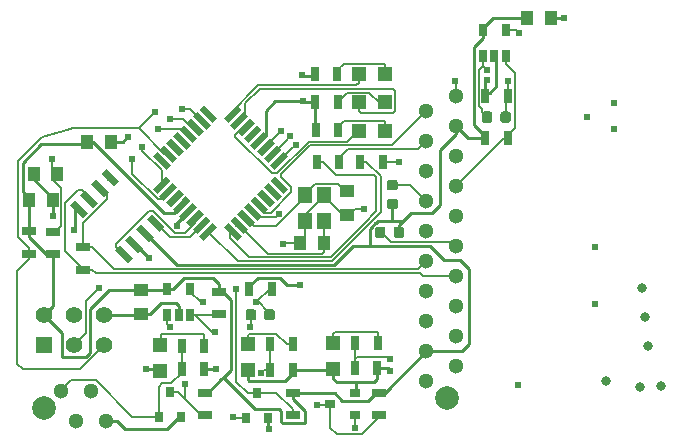
<source format=gtl>
G04 #@! TF.GenerationSoftware,KiCad,Pcbnew,(5.1.4-0-10_14)*
G04 #@! TF.CreationDate,2020-01-14T22:28:18-05:00*
G04 #@! TF.ProjectId,throttle,7468726f-7474-46c6-952e-6b696361645f,rev?*
G04 #@! TF.SameCoordinates,Original*
G04 #@! TF.FileFunction,Copper,L1,Top*
G04 #@! TF.FilePolarity,Positive*
%FSLAX46Y46*%
G04 Gerber Fmt 4.6, Leading zero omitted, Abs format (unit mm)*
G04 Created by KiCad (PCBNEW (5.1.4-0-10_14)) date 2020-01-14 22:28:18*
%MOMM*%
%LPD*%
G04 APERTURE LIST*
%ADD10R,0.700000X1.300000*%
%ADD11R,1.250000X1.000000*%
%ADD12R,1.000000X1.250000*%
%ADD13R,1.200000X1.200000*%
%ADD14C,0.550000*%
%ADD15C,0.100000*%
%ADD16C,1.300000*%
%ADD17C,2.000000*%
%ADD18C,1.400000*%
%ADD19R,1.400000X1.400000*%
%ADD20R,0.900000X0.800000*%
%ADD21R,0.800000X0.900000*%
%ADD22R,1.300000X0.700000*%
%ADD23C,0.875000*%
%ADD24R,0.650000X1.060000*%
%ADD25C,0.600000*%
%ADD26R,1.200000X1.400000*%
%ADD27C,0.800000*%
%ADD28C,0.609600*%
%ADD29C,0.254000*%
%ADD30C,0.152400*%
G04 APERTURE END LIST*
D10*
X115382000Y-70104000D03*
X117282000Y-70104000D03*
X99068000Y-89716000D03*
X97168000Y-89716000D03*
X106239000Y-89606000D03*
X104339000Y-89606000D03*
D11*
X86244800Y-82994800D03*
X86244800Y-84994800D03*
D12*
X118904000Y-59944000D03*
X120904000Y-59944000D03*
X76758800Y-75341800D03*
X78758800Y-75341800D03*
X77150000Y-73175000D03*
X79150000Y-73175000D03*
D11*
X103682800Y-74603100D03*
X103682800Y-76603100D03*
D12*
X101685600Y-78981300D03*
X99685600Y-78981300D03*
X83675000Y-70400000D03*
X81675000Y-70400000D03*
D13*
X104675000Y-69475000D03*
X106875000Y-69475000D03*
X104650000Y-67075000D03*
X106850000Y-67075000D03*
X106850000Y-64650000D03*
X104650000Y-64650000D03*
X102509000Y-87436000D03*
X102509000Y-89636000D03*
X95318000Y-87571000D03*
X95318000Y-89771000D03*
X87875000Y-89825000D03*
X87875000Y-87625000D03*
D14*
X87978897Y-74074629D03*
D15*
G36*
X87607666Y-74834769D02*
G01*
X87218757Y-74445860D01*
X88350128Y-73314489D01*
X88739037Y-73703398D01*
X87607666Y-74834769D01*
X87607666Y-74834769D01*
G37*
D14*
X88544583Y-74640314D03*
D15*
G36*
X88173352Y-75400454D02*
G01*
X87784443Y-75011545D01*
X88915814Y-73880174D01*
X89304723Y-74269083D01*
X88173352Y-75400454D01*
X88173352Y-75400454D01*
G37*
D14*
X89110268Y-75206000D03*
D15*
G36*
X88739037Y-75966140D02*
G01*
X88350128Y-75577231D01*
X89481499Y-74445860D01*
X89870408Y-74834769D01*
X88739037Y-75966140D01*
X88739037Y-75966140D01*
G37*
D14*
X89675953Y-75771685D03*
D15*
G36*
X89304722Y-76531825D02*
G01*
X88915813Y-76142916D01*
X90047184Y-75011545D01*
X90436093Y-75400454D01*
X89304722Y-76531825D01*
X89304722Y-76531825D01*
G37*
D14*
X90241639Y-76337371D03*
D15*
G36*
X89870408Y-77097511D02*
G01*
X89481499Y-76708602D01*
X90612870Y-75577231D01*
X91001779Y-75966140D01*
X89870408Y-77097511D01*
X89870408Y-77097511D01*
G37*
D14*
X90807324Y-76903056D03*
D15*
G36*
X90436093Y-77663196D02*
G01*
X90047184Y-77274287D01*
X91178555Y-76142916D01*
X91567464Y-76531825D01*
X90436093Y-77663196D01*
X90436093Y-77663196D01*
G37*
D14*
X91373010Y-77468741D03*
D15*
G36*
X91001779Y-78228881D02*
G01*
X90612870Y-77839972D01*
X91744241Y-76708601D01*
X92133150Y-77097510D01*
X91001779Y-78228881D01*
X91001779Y-78228881D01*
G37*
D14*
X91938695Y-78034427D03*
D15*
G36*
X91567464Y-78794567D02*
G01*
X91178555Y-78405658D01*
X92309926Y-77274287D01*
X92698835Y-77663196D01*
X91567464Y-78794567D01*
X91567464Y-78794567D01*
G37*
D14*
X93989305Y-78034427D03*
D15*
G36*
X94749445Y-78405658D02*
G01*
X94360536Y-78794567D01*
X93229165Y-77663196D01*
X93618074Y-77274287D01*
X94749445Y-78405658D01*
X94749445Y-78405658D01*
G37*
D14*
X94554990Y-77468741D03*
D15*
G36*
X95315130Y-77839972D02*
G01*
X94926221Y-78228881D01*
X93794850Y-77097510D01*
X94183759Y-76708601D01*
X95315130Y-77839972D01*
X95315130Y-77839972D01*
G37*
D14*
X95120676Y-76903056D03*
D15*
G36*
X95880816Y-77274287D02*
G01*
X95491907Y-77663196D01*
X94360536Y-76531825D01*
X94749445Y-76142916D01*
X95880816Y-77274287D01*
X95880816Y-77274287D01*
G37*
D14*
X95686361Y-76337371D03*
D15*
G36*
X96446501Y-76708602D02*
G01*
X96057592Y-77097511D01*
X94926221Y-75966140D01*
X95315130Y-75577231D01*
X96446501Y-76708602D01*
X96446501Y-76708602D01*
G37*
D14*
X96252047Y-75771685D03*
D15*
G36*
X97012187Y-76142916D02*
G01*
X96623278Y-76531825D01*
X95491907Y-75400454D01*
X95880816Y-75011545D01*
X97012187Y-76142916D01*
X97012187Y-76142916D01*
G37*
D14*
X96817732Y-75206000D03*
D15*
G36*
X97577872Y-75577231D02*
G01*
X97188963Y-75966140D01*
X96057592Y-74834769D01*
X96446501Y-74445860D01*
X97577872Y-75577231D01*
X97577872Y-75577231D01*
G37*
D14*
X97383417Y-74640314D03*
D15*
G36*
X98143557Y-75011545D02*
G01*
X97754648Y-75400454D01*
X96623277Y-74269083D01*
X97012186Y-73880174D01*
X98143557Y-75011545D01*
X98143557Y-75011545D01*
G37*
D14*
X97949103Y-74074629D03*
D15*
G36*
X98709243Y-74445860D02*
G01*
X98320334Y-74834769D01*
X97188963Y-73703398D01*
X97577872Y-73314489D01*
X98709243Y-74445860D01*
X98709243Y-74445860D01*
G37*
D14*
X97949103Y-72024019D03*
D15*
G36*
X97577872Y-72784159D02*
G01*
X97188963Y-72395250D01*
X98320334Y-71263879D01*
X98709243Y-71652788D01*
X97577872Y-72784159D01*
X97577872Y-72784159D01*
G37*
D14*
X97383417Y-71458334D03*
D15*
G36*
X97012186Y-72218474D02*
G01*
X96623277Y-71829565D01*
X97754648Y-70698194D01*
X98143557Y-71087103D01*
X97012186Y-72218474D01*
X97012186Y-72218474D01*
G37*
D14*
X96817732Y-70892648D03*
D15*
G36*
X96446501Y-71652788D02*
G01*
X96057592Y-71263879D01*
X97188963Y-70132508D01*
X97577872Y-70521417D01*
X96446501Y-71652788D01*
X96446501Y-71652788D01*
G37*
D14*
X96252047Y-70326963D03*
D15*
G36*
X95880816Y-71087103D02*
G01*
X95491907Y-70698194D01*
X96623278Y-69566823D01*
X97012187Y-69955732D01*
X95880816Y-71087103D01*
X95880816Y-71087103D01*
G37*
D14*
X95686361Y-69761277D03*
D15*
G36*
X95315130Y-70521417D02*
G01*
X94926221Y-70132508D01*
X96057592Y-69001137D01*
X96446501Y-69390046D01*
X95315130Y-70521417D01*
X95315130Y-70521417D01*
G37*
D14*
X95120676Y-69195592D03*
D15*
G36*
X94749445Y-69955732D02*
G01*
X94360536Y-69566823D01*
X95491907Y-68435452D01*
X95880816Y-68824361D01*
X94749445Y-69955732D01*
X94749445Y-69955732D01*
G37*
D14*
X94554990Y-68629907D03*
D15*
G36*
X94183759Y-69390047D02*
G01*
X93794850Y-69001138D01*
X94926221Y-67869767D01*
X95315130Y-68258676D01*
X94183759Y-69390047D01*
X94183759Y-69390047D01*
G37*
D14*
X93989305Y-68064221D03*
D15*
G36*
X93618074Y-68824361D02*
G01*
X93229165Y-68435452D01*
X94360536Y-67304081D01*
X94749445Y-67692990D01*
X93618074Y-68824361D01*
X93618074Y-68824361D01*
G37*
D14*
X91938695Y-68064221D03*
D15*
G36*
X92698835Y-68435452D02*
G01*
X92309926Y-68824361D01*
X91178555Y-67692990D01*
X91567464Y-67304081D01*
X92698835Y-68435452D01*
X92698835Y-68435452D01*
G37*
D14*
X91373010Y-68629907D03*
D15*
G36*
X92133150Y-69001138D02*
G01*
X91744241Y-69390047D01*
X90612870Y-68258676D01*
X91001779Y-67869767D01*
X92133150Y-69001138D01*
X92133150Y-69001138D01*
G37*
D14*
X90807324Y-69195592D03*
D15*
G36*
X91567464Y-69566823D02*
G01*
X91178555Y-69955732D01*
X90047184Y-68824361D01*
X90436093Y-68435452D01*
X91567464Y-69566823D01*
X91567464Y-69566823D01*
G37*
D14*
X90241639Y-69761277D03*
D15*
G36*
X91001779Y-70132508D02*
G01*
X90612870Y-70521417D01*
X89481499Y-69390046D01*
X89870408Y-69001137D01*
X91001779Y-70132508D01*
X91001779Y-70132508D01*
G37*
D14*
X89675953Y-70326963D03*
D15*
G36*
X90436093Y-70698194D02*
G01*
X90047184Y-71087103D01*
X88915813Y-69955732D01*
X89304722Y-69566823D01*
X90436093Y-70698194D01*
X90436093Y-70698194D01*
G37*
D14*
X89110268Y-70892648D03*
D15*
G36*
X89870408Y-71263879D02*
G01*
X89481499Y-71652788D01*
X88350128Y-70521417D01*
X88739037Y-70132508D01*
X89870408Y-71263879D01*
X89870408Y-71263879D01*
G37*
D14*
X88544583Y-71458334D03*
D15*
G36*
X89304723Y-71829565D02*
G01*
X88915814Y-72218474D01*
X87784443Y-71087103D01*
X88173352Y-70698194D01*
X89304723Y-71829565D01*
X89304723Y-71829565D01*
G37*
D14*
X87978897Y-72024019D03*
D15*
G36*
X88739037Y-72395250D02*
G01*
X88350128Y-72784159D01*
X87218757Y-71652788D01*
X87607666Y-71263879D01*
X88739037Y-72395250D01*
X88739037Y-72395250D01*
G37*
D16*
X81965800Y-91490800D03*
X79425800Y-91490800D03*
X80695800Y-94030800D03*
X83235800Y-94030800D03*
D17*
X78025800Y-92990800D03*
X112150000Y-92100000D03*
D16*
X112890000Y-66570000D03*
X110350000Y-67840000D03*
X112890000Y-69110000D03*
X110350000Y-70380000D03*
X112890000Y-71650000D03*
X110350000Y-72920000D03*
X112890000Y-74190000D03*
X110350000Y-75460000D03*
X112890000Y-76730000D03*
X110350000Y-78000000D03*
X112890000Y-79270000D03*
X110350000Y-80540000D03*
X112890000Y-81810000D03*
X112890000Y-84350000D03*
X112890000Y-86890000D03*
X112890000Y-89430000D03*
X110350000Y-83080000D03*
X110350000Y-90700000D03*
X110350000Y-88160000D03*
X110350000Y-85620000D03*
D18*
X83058000Y-85090000D03*
X83058000Y-87630000D03*
X80518000Y-85090000D03*
X80518000Y-87630000D03*
X77978000Y-85090000D03*
D19*
X77978000Y-87630000D03*
D20*
X102264000Y-92606000D03*
X104364000Y-91656000D03*
X104364000Y-93556000D03*
D21*
X96068000Y-91691000D03*
X97018000Y-93791000D03*
X95118000Y-93791000D03*
X87714000Y-93686000D03*
X89614000Y-93686000D03*
X88664000Y-91586000D03*
D22*
X92800000Y-83100000D03*
X92800000Y-85000000D03*
D15*
G36*
X106727691Y-77601053D02*
G01*
X106748926Y-77604203D01*
X106769750Y-77609419D01*
X106789962Y-77616651D01*
X106809368Y-77625830D01*
X106827781Y-77636866D01*
X106845024Y-77649654D01*
X106860930Y-77664070D01*
X106875346Y-77679976D01*
X106888134Y-77697219D01*
X106899170Y-77715632D01*
X106908349Y-77735038D01*
X106915581Y-77755250D01*
X106920797Y-77776074D01*
X106923947Y-77797309D01*
X106925000Y-77818750D01*
X106925000Y-78331250D01*
X106923947Y-78352691D01*
X106920797Y-78373926D01*
X106915581Y-78394750D01*
X106908349Y-78414962D01*
X106899170Y-78434368D01*
X106888134Y-78452781D01*
X106875346Y-78470024D01*
X106860930Y-78485930D01*
X106845024Y-78500346D01*
X106827781Y-78513134D01*
X106809368Y-78524170D01*
X106789962Y-78533349D01*
X106769750Y-78540581D01*
X106748926Y-78545797D01*
X106727691Y-78548947D01*
X106706250Y-78550000D01*
X106268750Y-78550000D01*
X106247309Y-78548947D01*
X106226074Y-78545797D01*
X106205250Y-78540581D01*
X106185038Y-78533349D01*
X106165632Y-78524170D01*
X106147219Y-78513134D01*
X106129976Y-78500346D01*
X106114070Y-78485930D01*
X106099654Y-78470024D01*
X106086866Y-78452781D01*
X106075830Y-78434368D01*
X106066651Y-78414962D01*
X106059419Y-78394750D01*
X106054203Y-78373926D01*
X106051053Y-78352691D01*
X106050000Y-78331250D01*
X106050000Y-77818750D01*
X106051053Y-77797309D01*
X106054203Y-77776074D01*
X106059419Y-77755250D01*
X106066651Y-77735038D01*
X106075830Y-77715632D01*
X106086866Y-77697219D01*
X106099654Y-77679976D01*
X106114070Y-77664070D01*
X106129976Y-77649654D01*
X106147219Y-77636866D01*
X106165632Y-77625830D01*
X106185038Y-77616651D01*
X106205250Y-77609419D01*
X106226074Y-77604203D01*
X106247309Y-77601053D01*
X106268750Y-77600000D01*
X106706250Y-77600000D01*
X106727691Y-77601053D01*
X106727691Y-77601053D01*
G37*
D23*
X106487500Y-78075000D03*
D15*
G36*
X108302691Y-77601053D02*
G01*
X108323926Y-77604203D01*
X108344750Y-77609419D01*
X108364962Y-77616651D01*
X108384368Y-77625830D01*
X108402781Y-77636866D01*
X108420024Y-77649654D01*
X108435930Y-77664070D01*
X108450346Y-77679976D01*
X108463134Y-77697219D01*
X108474170Y-77715632D01*
X108483349Y-77735038D01*
X108490581Y-77755250D01*
X108495797Y-77776074D01*
X108498947Y-77797309D01*
X108500000Y-77818750D01*
X108500000Y-78331250D01*
X108498947Y-78352691D01*
X108495797Y-78373926D01*
X108490581Y-78394750D01*
X108483349Y-78414962D01*
X108474170Y-78434368D01*
X108463134Y-78452781D01*
X108450346Y-78470024D01*
X108435930Y-78485930D01*
X108420024Y-78500346D01*
X108402781Y-78513134D01*
X108384368Y-78524170D01*
X108364962Y-78533349D01*
X108344750Y-78540581D01*
X108323926Y-78545797D01*
X108302691Y-78548947D01*
X108281250Y-78550000D01*
X107843750Y-78550000D01*
X107822309Y-78548947D01*
X107801074Y-78545797D01*
X107780250Y-78540581D01*
X107760038Y-78533349D01*
X107740632Y-78524170D01*
X107722219Y-78513134D01*
X107704976Y-78500346D01*
X107689070Y-78485930D01*
X107674654Y-78470024D01*
X107661866Y-78452781D01*
X107650830Y-78434368D01*
X107641651Y-78414962D01*
X107634419Y-78394750D01*
X107629203Y-78373926D01*
X107626053Y-78352691D01*
X107625000Y-78331250D01*
X107625000Y-77818750D01*
X107626053Y-77797309D01*
X107629203Y-77776074D01*
X107634419Y-77755250D01*
X107641651Y-77735038D01*
X107650830Y-77715632D01*
X107661866Y-77697219D01*
X107674654Y-77679976D01*
X107689070Y-77664070D01*
X107704976Y-77649654D01*
X107722219Y-77636866D01*
X107740632Y-77625830D01*
X107760038Y-77616651D01*
X107780250Y-77609419D01*
X107801074Y-77604203D01*
X107822309Y-77601053D01*
X107843750Y-77600000D01*
X108281250Y-77600000D01*
X108302691Y-77601053D01*
X108302691Y-77601053D01*
G37*
D23*
X108062500Y-78075000D03*
D15*
G36*
X107783191Y-73667953D02*
G01*
X107804426Y-73671103D01*
X107825250Y-73676319D01*
X107845462Y-73683551D01*
X107864868Y-73692730D01*
X107883281Y-73703766D01*
X107900524Y-73716554D01*
X107916430Y-73730970D01*
X107930846Y-73746876D01*
X107943634Y-73764119D01*
X107954670Y-73782532D01*
X107963849Y-73801938D01*
X107971081Y-73822150D01*
X107976297Y-73842974D01*
X107979447Y-73864209D01*
X107980500Y-73885650D01*
X107980500Y-74323150D01*
X107979447Y-74344591D01*
X107976297Y-74365826D01*
X107971081Y-74386650D01*
X107963849Y-74406862D01*
X107954670Y-74426268D01*
X107943634Y-74444681D01*
X107930846Y-74461924D01*
X107916430Y-74477830D01*
X107900524Y-74492246D01*
X107883281Y-74505034D01*
X107864868Y-74516070D01*
X107845462Y-74525249D01*
X107825250Y-74532481D01*
X107804426Y-74537697D01*
X107783191Y-74540847D01*
X107761750Y-74541900D01*
X107249250Y-74541900D01*
X107227809Y-74540847D01*
X107206574Y-74537697D01*
X107185750Y-74532481D01*
X107165538Y-74525249D01*
X107146132Y-74516070D01*
X107127719Y-74505034D01*
X107110476Y-74492246D01*
X107094570Y-74477830D01*
X107080154Y-74461924D01*
X107067366Y-74444681D01*
X107056330Y-74426268D01*
X107047151Y-74406862D01*
X107039919Y-74386650D01*
X107034703Y-74365826D01*
X107031553Y-74344591D01*
X107030500Y-74323150D01*
X107030500Y-73885650D01*
X107031553Y-73864209D01*
X107034703Y-73842974D01*
X107039919Y-73822150D01*
X107047151Y-73801938D01*
X107056330Y-73782532D01*
X107067366Y-73764119D01*
X107080154Y-73746876D01*
X107094570Y-73730970D01*
X107110476Y-73716554D01*
X107127719Y-73703766D01*
X107146132Y-73692730D01*
X107165538Y-73683551D01*
X107185750Y-73676319D01*
X107206574Y-73671103D01*
X107227809Y-73667953D01*
X107249250Y-73666900D01*
X107761750Y-73666900D01*
X107783191Y-73667953D01*
X107783191Y-73667953D01*
G37*
D23*
X107505500Y-74104400D03*
D15*
G36*
X107783191Y-75242953D02*
G01*
X107804426Y-75246103D01*
X107825250Y-75251319D01*
X107845462Y-75258551D01*
X107864868Y-75267730D01*
X107883281Y-75278766D01*
X107900524Y-75291554D01*
X107916430Y-75305970D01*
X107930846Y-75321876D01*
X107943634Y-75339119D01*
X107954670Y-75357532D01*
X107963849Y-75376938D01*
X107971081Y-75397150D01*
X107976297Y-75417974D01*
X107979447Y-75439209D01*
X107980500Y-75460650D01*
X107980500Y-75898150D01*
X107979447Y-75919591D01*
X107976297Y-75940826D01*
X107971081Y-75961650D01*
X107963849Y-75981862D01*
X107954670Y-76001268D01*
X107943634Y-76019681D01*
X107930846Y-76036924D01*
X107916430Y-76052830D01*
X107900524Y-76067246D01*
X107883281Y-76080034D01*
X107864868Y-76091070D01*
X107845462Y-76100249D01*
X107825250Y-76107481D01*
X107804426Y-76112697D01*
X107783191Y-76115847D01*
X107761750Y-76116900D01*
X107249250Y-76116900D01*
X107227809Y-76115847D01*
X107206574Y-76112697D01*
X107185750Y-76107481D01*
X107165538Y-76100249D01*
X107146132Y-76091070D01*
X107127719Y-76080034D01*
X107110476Y-76067246D01*
X107094570Y-76052830D01*
X107080154Y-76036924D01*
X107067366Y-76019681D01*
X107056330Y-76001268D01*
X107047151Y-75981862D01*
X107039919Y-75961650D01*
X107034703Y-75940826D01*
X107031553Y-75919591D01*
X107030500Y-75898150D01*
X107030500Y-75460650D01*
X107031553Y-75439209D01*
X107034703Y-75417974D01*
X107039919Y-75397150D01*
X107047151Y-75376938D01*
X107056330Y-75357532D01*
X107067366Y-75339119D01*
X107080154Y-75321876D01*
X107094570Y-75305970D01*
X107110476Y-75291554D01*
X107127719Y-75278766D01*
X107146132Y-75267730D01*
X107165538Y-75258551D01*
X107185750Y-75251319D01*
X107206574Y-75246103D01*
X107227809Y-75242953D01*
X107249250Y-75241900D01*
X107761750Y-75241900D01*
X107783191Y-75242953D01*
X107783191Y-75242953D01*
G37*
D23*
X107505500Y-75679400D03*
D15*
G36*
X95765191Y-84601053D02*
G01*
X95786426Y-84604203D01*
X95807250Y-84609419D01*
X95827462Y-84616651D01*
X95846868Y-84625830D01*
X95865281Y-84636866D01*
X95882524Y-84649654D01*
X95898430Y-84664070D01*
X95912846Y-84679976D01*
X95925634Y-84697219D01*
X95936670Y-84715632D01*
X95945849Y-84735038D01*
X95953081Y-84755250D01*
X95958297Y-84776074D01*
X95961447Y-84797309D01*
X95962500Y-84818750D01*
X95962500Y-85331250D01*
X95961447Y-85352691D01*
X95958297Y-85373926D01*
X95953081Y-85394750D01*
X95945849Y-85414962D01*
X95936670Y-85434368D01*
X95925634Y-85452781D01*
X95912846Y-85470024D01*
X95898430Y-85485930D01*
X95882524Y-85500346D01*
X95865281Y-85513134D01*
X95846868Y-85524170D01*
X95827462Y-85533349D01*
X95807250Y-85540581D01*
X95786426Y-85545797D01*
X95765191Y-85548947D01*
X95743750Y-85550000D01*
X95306250Y-85550000D01*
X95284809Y-85548947D01*
X95263574Y-85545797D01*
X95242750Y-85540581D01*
X95222538Y-85533349D01*
X95203132Y-85524170D01*
X95184719Y-85513134D01*
X95167476Y-85500346D01*
X95151570Y-85485930D01*
X95137154Y-85470024D01*
X95124366Y-85452781D01*
X95113330Y-85434368D01*
X95104151Y-85414962D01*
X95096919Y-85394750D01*
X95091703Y-85373926D01*
X95088553Y-85352691D01*
X95087500Y-85331250D01*
X95087500Y-84818750D01*
X95088553Y-84797309D01*
X95091703Y-84776074D01*
X95096919Y-84755250D01*
X95104151Y-84735038D01*
X95113330Y-84715632D01*
X95124366Y-84697219D01*
X95137154Y-84679976D01*
X95151570Y-84664070D01*
X95167476Y-84649654D01*
X95184719Y-84636866D01*
X95203132Y-84625830D01*
X95222538Y-84616651D01*
X95242750Y-84609419D01*
X95263574Y-84604203D01*
X95284809Y-84601053D01*
X95306250Y-84600000D01*
X95743750Y-84600000D01*
X95765191Y-84601053D01*
X95765191Y-84601053D01*
G37*
D23*
X95525000Y-85075000D03*
D15*
G36*
X97340191Y-84601053D02*
G01*
X97361426Y-84604203D01*
X97382250Y-84609419D01*
X97402462Y-84616651D01*
X97421868Y-84625830D01*
X97440281Y-84636866D01*
X97457524Y-84649654D01*
X97473430Y-84664070D01*
X97487846Y-84679976D01*
X97500634Y-84697219D01*
X97511670Y-84715632D01*
X97520849Y-84735038D01*
X97528081Y-84755250D01*
X97533297Y-84776074D01*
X97536447Y-84797309D01*
X97537500Y-84818750D01*
X97537500Y-85331250D01*
X97536447Y-85352691D01*
X97533297Y-85373926D01*
X97528081Y-85394750D01*
X97520849Y-85414962D01*
X97511670Y-85434368D01*
X97500634Y-85452781D01*
X97487846Y-85470024D01*
X97473430Y-85485930D01*
X97457524Y-85500346D01*
X97440281Y-85513134D01*
X97421868Y-85524170D01*
X97402462Y-85533349D01*
X97382250Y-85540581D01*
X97361426Y-85545797D01*
X97340191Y-85548947D01*
X97318750Y-85550000D01*
X96881250Y-85550000D01*
X96859809Y-85548947D01*
X96838574Y-85545797D01*
X96817750Y-85540581D01*
X96797538Y-85533349D01*
X96778132Y-85524170D01*
X96759719Y-85513134D01*
X96742476Y-85500346D01*
X96726570Y-85485930D01*
X96712154Y-85470024D01*
X96699366Y-85452781D01*
X96688330Y-85434368D01*
X96679151Y-85414962D01*
X96671919Y-85394750D01*
X96666703Y-85373926D01*
X96663553Y-85352691D01*
X96662500Y-85331250D01*
X96662500Y-84818750D01*
X96663553Y-84797309D01*
X96666703Y-84776074D01*
X96671919Y-84755250D01*
X96679151Y-84735038D01*
X96688330Y-84715632D01*
X96699366Y-84697219D01*
X96712154Y-84679976D01*
X96726570Y-84664070D01*
X96742476Y-84649654D01*
X96759719Y-84636866D01*
X96778132Y-84625830D01*
X96797538Y-84616651D01*
X96817750Y-84609419D01*
X96838574Y-84604203D01*
X96859809Y-84601053D01*
X96881250Y-84600000D01*
X97318750Y-84600000D01*
X97340191Y-84601053D01*
X97340191Y-84601053D01*
G37*
D23*
X97100000Y-85075000D03*
D10*
X95400000Y-82900000D03*
X97300000Y-82900000D03*
X102909000Y-69446000D03*
X101009000Y-69446000D03*
X100975000Y-67025000D03*
X102875000Y-67025000D03*
X102850000Y-64675000D03*
X100950000Y-64675000D03*
D15*
G36*
X117334191Y-67852053D02*
G01*
X117355426Y-67855203D01*
X117376250Y-67860419D01*
X117396462Y-67867651D01*
X117415868Y-67876830D01*
X117434281Y-67887866D01*
X117451524Y-67900654D01*
X117467430Y-67915070D01*
X117481846Y-67930976D01*
X117494634Y-67948219D01*
X117505670Y-67966632D01*
X117514849Y-67986038D01*
X117522081Y-68006250D01*
X117527297Y-68027074D01*
X117530447Y-68048309D01*
X117531500Y-68069750D01*
X117531500Y-68582250D01*
X117530447Y-68603691D01*
X117527297Y-68624926D01*
X117522081Y-68645750D01*
X117514849Y-68665962D01*
X117505670Y-68685368D01*
X117494634Y-68703781D01*
X117481846Y-68721024D01*
X117467430Y-68736930D01*
X117451524Y-68751346D01*
X117434281Y-68764134D01*
X117415868Y-68775170D01*
X117396462Y-68784349D01*
X117376250Y-68791581D01*
X117355426Y-68796797D01*
X117334191Y-68799947D01*
X117312750Y-68801000D01*
X116875250Y-68801000D01*
X116853809Y-68799947D01*
X116832574Y-68796797D01*
X116811750Y-68791581D01*
X116791538Y-68784349D01*
X116772132Y-68775170D01*
X116753719Y-68764134D01*
X116736476Y-68751346D01*
X116720570Y-68736930D01*
X116706154Y-68721024D01*
X116693366Y-68703781D01*
X116682330Y-68685368D01*
X116673151Y-68665962D01*
X116665919Y-68645750D01*
X116660703Y-68624926D01*
X116657553Y-68603691D01*
X116656500Y-68582250D01*
X116656500Y-68069750D01*
X116657553Y-68048309D01*
X116660703Y-68027074D01*
X116665919Y-68006250D01*
X116673151Y-67986038D01*
X116682330Y-67966632D01*
X116693366Y-67948219D01*
X116706154Y-67930976D01*
X116720570Y-67915070D01*
X116736476Y-67900654D01*
X116753719Y-67887866D01*
X116772132Y-67876830D01*
X116791538Y-67867651D01*
X116811750Y-67860419D01*
X116832574Y-67855203D01*
X116853809Y-67852053D01*
X116875250Y-67851000D01*
X117312750Y-67851000D01*
X117334191Y-67852053D01*
X117334191Y-67852053D01*
G37*
D23*
X117094000Y-68326000D03*
D15*
G36*
X115759191Y-67852053D02*
G01*
X115780426Y-67855203D01*
X115801250Y-67860419D01*
X115821462Y-67867651D01*
X115840868Y-67876830D01*
X115859281Y-67887866D01*
X115876524Y-67900654D01*
X115892430Y-67915070D01*
X115906846Y-67930976D01*
X115919634Y-67948219D01*
X115930670Y-67966632D01*
X115939849Y-67986038D01*
X115947081Y-68006250D01*
X115952297Y-68027074D01*
X115955447Y-68048309D01*
X115956500Y-68069750D01*
X115956500Y-68582250D01*
X115955447Y-68603691D01*
X115952297Y-68624926D01*
X115947081Y-68645750D01*
X115939849Y-68665962D01*
X115930670Y-68685368D01*
X115919634Y-68703781D01*
X115906846Y-68721024D01*
X115892430Y-68736930D01*
X115876524Y-68751346D01*
X115859281Y-68764134D01*
X115840868Y-68775170D01*
X115821462Y-68784349D01*
X115801250Y-68791581D01*
X115780426Y-68796797D01*
X115759191Y-68799947D01*
X115737750Y-68801000D01*
X115300250Y-68801000D01*
X115278809Y-68799947D01*
X115257574Y-68796797D01*
X115236750Y-68791581D01*
X115216538Y-68784349D01*
X115197132Y-68775170D01*
X115178719Y-68764134D01*
X115161476Y-68751346D01*
X115145570Y-68736930D01*
X115131154Y-68721024D01*
X115118366Y-68703781D01*
X115107330Y-68685368D01*
X115098151Y-68665962D01*
X115090919Y-68645750D01*
X115085703Y-68624926D01*
X115082553Y-68603691D01*
X115081500Y-68582250D01*
X115081500Y-68069750D01*
X115082553Y-68048309D01*
X115085703Y-68027074D01*
X115090919Y-68006250D01*
X115098151Y-67986038D01*
X115107330Y-67966632D01*
X115118366Y-67948219D01*
X115131154Y-67930976D01*
X115145570Y-67915070D01*
X115161476Y-67900654D01*
X115178719Y-67887866D01*
X115197132Y-67876830D01*
X115216538Y-67867651D01*
X115236750Y-67860419D01*
X115257574Y-67855203D01*
X115278809Y-67852053D01*
X115300250Y-67851000D01*
X115737750Y-67851000D01*
X115759191Y-67852053D01*
X115759191Y-67852053D01*
G37*
D23*
X115519000Y-68326000D03*
D10*
X115382000Y-66548000D03*
X117282000Y-66548000D03*
X104364000Y-87431000D03*
X106264000Y-87431000D03*
D22*
X106414000Y-91656000D03*
X106414000Y-93556000D03*
D10*
X99068000Y-87566000D03*
X97168000Y-87566000D03*
D22*
X99068000Y-91666000D03*
X99068000Y-93566000D03*
D10*
X91575000Y-87675000D03*
X89675000Y-87675000D03*
X89664000Y-89686000D03*
X91564000Y-89686000D03*
D22*
X91614000Y-91661000D03*
X91614000Y-93561000D03*
X78740000Y-78044000D03*
X78740000Y-79944000D03*
X76708000Y-77978000D03*
X76708000Y-79878000D03*
X81300000Y-81250000D03*
X81300000Y-79350000D03*
D10*
X104800000Y-72100000D03*
X106700000Y-72100000D03*
X103025000Y-72100000D03*
X101125000Y-72100000D03*
D24*
X88458000Y-82890000D03*
X90358000Y-82890000D03*
X90358000Y-85090000D03*
X89408000Y-85090000D03*
X88458000Y-85090000D03*
X115194000Y-63160000D03*
X116144000Y-63160000D03*
X117094000Y-63160000D03*
X117094000Y-60960000D03*
X115194000Y-60960000D03*
D25*
X84762150Y-79956227D03*
D15*
G36*
X85522290Y-80292103D02*
G01*
X85098026Y-80716367D01*
X84002010Y-79620351D01*
X84426274Y-79196087D01*
X85522290Y-80292103D01*
X85522290Y-80292103D01*
G37*
D25*
X85660176Y-79058201D03*
D15*
G36*
X86420316Y-79394077D02*
G01*
X85996052Y-79818341D01*
X84900036Y-78722325D01*
X85324300Y-78298061D01*
X86420316Y-79394077D01*
X86420316Y-79394077D01*
G37*
D25*
X86558201Y-78160176D03*
D15*
G36*
X87318341Y-78496052D02*
G01*
X86894077Y-78920316D01*
X85798061Y-77824300D01*
X86222325Y-77400036D01*
X87318341Y-78496052D01*
X87318341Y-78496052D01*
G37*
D25*
X87456227Y-77262150D03*
D15*
G36*
X88216367Y-77598026D02*
G01*
X87792103Y-78022290D01*
X86696087Y-76926274D01*
X87120351Y-76502010D01*
X88216367Y-77598026D01*
X88216367Y-77598026D01*
G37*
D25*
X83637850Y-73443773D03*
D15*
G36*
X84397990Y-73779649D02*
G01*
X83973726Y-74203913D01*
X82877710Y-73107897D01*
X83301974Y-72683633D01*
X84397990Y-73779649D01*
X84397990Y-73779649D01*
G37*
D25*
X82739824Y-74341799D03*
D15*
G36*
X83499964Y-74677675D02*
G01*
X83075700Y-75101939D01*
X81979684Y-74005923D01*
X82403948Y-73581659D01*
X83499964Y-74677675D01*
X83499964Y-74677675D01*
G37*
D25*
X81841799Y-75239824D03*
D15*
G36*
X82601939Y-75575700D02*
G01*
X82177675Y-75999964D01*
X81081659Y-74903948D01*
X81505923Y-74479684D01*
X82601939Y-75575700D01*
X82601939Y-75575700D01*
G37*
D25*
X80943773Y-76137850D03*
D15*
G36*
X81703913Y-76473726D02*
G01*
X81279649Y-76897990D01*
X80183633Y-75801974D01*
X80607897Y-75377710D01*
X81703913Y-76473726D01*
X81703913Y-76473726D01*
G37*
D26*
X100152300Y-74909500D03*
X100152300Y-77109500D03*
X101752300Y-77109500D03*
X101752300Y-74909500D03*
D27*
X128625600Y-82778600D03*
X128905000Y-85242400D03*
X129120900Y-87744300D03*
X125575680Y-90678000D03*
D28*
X97028000Y-94706000D03*
X124637800Y-79286100D03*
X124637800Y-84112100D03*
D27*
X130254360Y-91117980D03*
D28*
X126238000Y-69342000D03*
X118122700Y-90982800D03*
X126250700Y-67119500D03*
X123952000Y-68326000D03*
X99900000Y-64800000D03*
X112776000Y-65278000D03*
X78740000Y-76708000D03*
X86625000Y-89675000D03*
D27*
X128456040Y-91181480D03*
D28*
X122025000Y-59925000D03*
X86900000Y-80250000D03*
X92575000Y-89650000D03*
X115550000Y-65225000D03*
X107350000Y-89850000D03*
X99925000Y-67000000D03*
X85100000Y-69975000D03*
X80550000Y-77850000D03*
X89275000Y-77550000D03*
X99682300Y-82575400D03*
X105130600Y-76085700D03*
X99682300Y-82575400D03*
X98234500Y-79044800D03*
X78725000Y-71900000D03*
X98100000Y-69500000D03*
X86325000Y-70875000D03*
X85500000Y-71850000D03*
X97904300Y-76517500D03*
X82675000Y-82800000D03*
X115550000Y-64375000D03*
X99350000Y-70700000D03*
X95475000Y-86100000D03*
X88650000Y-86075000D03*
X98875000Y-69925000D03*
X94275000Y-82925000D03*
X89675000Y-67675000D03*
X101092000Y-92710000D03*
X88675000Y-68475000D03*
X89916000Y-90906600D03*
X87625000Y-69325000D03*
X87425000Y-67875000D03*
X93980000Y-93726000D03*
X96378875Y-90021231D03*
X107325000Y-88775000D03*
X104375000Y-94625000D03*
X92456000Y-86533410D03*
X108050000Y-72150000D03*
X91500000Y-84025000D03*
X96000000Y-84025000D03*
X117327201Y-65278000D03*
X118250000Y-61250000D03*
D29*
X100904000Y-67011000D02*
X100024000Y-67011000D01*
X97018000Y-93791000D02*
X97018000Y-94696000D01*
D30*
X97018000Y-94696000D02*
X97028000Y-94706000D01*
X95988315Y-70326963D02*
X96283037Y-70326963D01*
X89977907Y-76337371D02*
X89992629Y-76337371D01*
X89977907Y-76337371D02*
X89977907Y-76392093D01*
D29*
X78758800Y-75216800D02*
X76948000Y-73406000D01*
D30*
X76948000Y-73406000D02*
X76718800Y-73406000D01*
X78758800Y-75341800D02*
X78758800Y-75216800D01*
X115382000Y-66548000D02*
X115382000Y-66248000D01*
X120904000Y-59944000D02*
X120904000Y-60069000D01*
D29*
X100884000Y-64826000D02*
X99982000Y-64826000D01*
D30*
X100132000Y-64826000D02*
X100076000Y-64770000D01*
X112890000Y-65392000D02*
X112776000Y-65278000D01*
X112890000Y-66570000D02*
X112890000Y-65392000D01*
D29*
X78758800Y-75341800D02*
X78758800Y-76435200D01*
D30*
X78758800Y-76435200D02*
X78740000Y-76454000D01*
D29*
X87894000Y-89666000D02*
X86872000Y-89666000D01*
D30*
X86872000Y-89666000D02*
X86868000Y-89662000D01*
D29*
X84074000Y-85090000D02*
X83058000Y-85090000D01*
D30*
X86244800Y-84994800D02*
X86149600Y-85090000D01*
D29*
X86149600Y-85090000D02*
X84074000Y-85090000D01*
X120904000Y-59944000D02*
X121920000Y-59944000D01*
X89448000Y-93686000D02*
X89614000Y-93686000D01*
X88392000Y-94742000D02*
X89448000Y-93686000D01*
X84866238Y-94742000D02*
X88392000Y-94742000D01*
X83235800Y-94030800D02*
X84155038Y-94030800D01*
X84155038Y-94030800D02*
X84866238Y-94742000D01*
X87943000Y-84074000D02*
X87022200Y-84994800D01*
X87022200Y-84994800D02*
X86244800Y-84994800D01*
X89408000Y-84328000D02*
X89154000Y-84074000D01*
X89154000Y-84074000D02*
X87943000Y-84074000D01*
D30*
X89408000Y-84407600D02*
X89408000Y-84328000D01*
D29*
X89408000Y-85090000D02*
X89408000Y-84407600D01*
X104425000Y-91595000D02*
X104425000Y-90775000D01*
X104364000Y-91656000D02*
X104425000Y-91595000D01*
X102509000Y-90490000D02*
X102794000Y-90775000D01*
X102509000Y-89636000D02*
X102509000Y-90490000D01*
X102794000Y-90775000D02*
X104425000Y-90775000D01*
X105974000Y-90775000D02*
X106239000Y-90510000D01*
X104425000Y-90775000D02*
X105974000Y-90775000D01*
X106239000Y-90510000D02*
X106239000Y-89606000D01*
X91564000Y-89686000D02*
X92597800Y-89686000D01*
D30*
X92597800Y-89686000D02*
X92633800Y-89650000D01*
D29*
X116325000Y-63341000D02*
X116144000Y-63160000D01*
X116325000Y-65700000D02*
X116325000Y-63341000D01*
X115382000Y-66248000D02*
X115777000Y-66248000D01*
X115777000Y-66248000D02*
X116325000Y-65700000D01*
X115382000Y-65318000D02*
X115550000Y-65150000D01*
X115382000Y-66548000D02*
X115382000Y-65318000D01*
X99068000Y-90016000D02*
X99068000Y-89716000D01*
X95338401Y-90645401D02*
X98438599Y-90645401D01*
X95318000Y-90625000D02*
X95338401Y-90645401D01*
X98438599Y-90645401D02*
X99068000Y-90016000D01*
X95318000Y-89771000D02*
X95318000Y-90625000D01*
X102429000Y-89716000D02*
X102509000Y-89636000D01*
X99068000Y-89716000D02*
X102429000Y-89716000D01*
X106239000Y-89606000D02*
X107156000Y-89606000D01*
X107156000Y-89606000D02*
X107400000Y-89850000D01*
X101009000Y-69446000D02*
X101009000Y-69146000D01*
X100975000Y-69412000D02*
X101009000Y-69446000D01*
X100975000Y-67025000D02*
X100975000Y-69412000D01*
X97550000Y-67000000D02*
X99925000Y-67000000D01*
X96775000Y-67775000D02*
X97550000Y-67000000D01*
X96252047Y-70326963D02*
X96775000Y-69804010D01*
X96775000Y-69804010D02*
X96775000Y-67775000D01*
X83675000Y-70400000D02*
X84700000Y-70400000D01*
X84700000Y-70400000D02*
X85075000Y-70025000D01*
X80625000Y-77775000D02*
X80550000Y-77850000D01*
X80625000Y-76236349D02*
X80625000Y-77775000D01*
X85708201Y-79058201D02*
X86900000Y-80250000D01*
X85660176Y-79058201D02*
X85708201Y-79058201D01*
X90241639Y-76337371D02*
X89200000Y-77379010D01*
X96095245Y-81953155D02*
X97984595Y-81953155D01*
X99251248Y-82575400D02*
X99682300Y-82575400D01*
X97984595Y-81953155D02*
X98606840Y-82575400D01*
X95244400Y-82804000D02*
X96095245Y-81953155D01*
X98606840Y-82575400D02*
X99251248Y-82575400D01*
D30*
X100152300Y-78514600D02*
X99685600Y-78981300D01*
X100152300Y-77109500D02*
X100152300Y-78514600D01*
X100152300Y-76609500D02*
X101752300Y-75009500D01*
X100152300Y-77109500D02*
X100152300Y-76609500D01*
X103345900Y-76603100D02*
X103682800Y-76603100D01*
X101752300Y-75009500D02*
X103345900Y-76603100D01*
X101752300Y-74909500D02*
X101752300Y-75009500D01*
X103807800Y-76603100D02*
X104325200Y-76085700D01*
X104325200Y-76085700D02*
X105130600Y-76085700D01*
X103682800Y-76603100D02*
X103807800Y-76603100D01*
X98298000Y-78981300D02*
X98234500Y-79044800D01*
X99685600Y-78981300D02*
X98298000Y-78981300D01*
X110380000Y-88130000D02*
X110350000Y-88160000D01*
D29*
X106854000Y-91656000D02*
X106414000Y-91656000D01*
X110604000Y-87906000D02*
X106854000Y-91656000D01*
D30*
X112890000Y-69110000D02*
X113008000Y-69110000D01*
D29*
X113884000Y-70104000D02*
X112890000Y-69110000D01*
X115382000Y-70104000D02*
X113884000Y-70104000D01*
X116005000Y-59944000D02*
X115194000Y-60755000D01*
X115194000Y-60755000D02*
X115194000Y-60960000D01*
X118904000Y-59944000D02*
X116005000Y-59944000D01*
D30*
X91914000Y-91661000D02*
X91614000Y-91661000D01*
D29*
X93040209Y-90534791D02*
X91914000Y-91661000D01*
X93040209Y-90534791D02*
X93074791Y-90534791D01*
X88353200Y-82994800D02*
X88458000Y-82890000D01*
X86244800Y-82994800D02*
X88353200Y-82994800D01*
X78191600Y-79944000D02*
X78994000Y-79944000D01*
D30*
X78171600Y-79944000D02*
X78191600Y-79944000D01*
D29*
X76708000Y-78480400D02*
X78171600Y-79944000D01*
X76708000Y-77978000D02*
X76708000Y-78480400D01*
X76708000Y-75392600D02*
X76758800Y-75341800D01*
X76708000Y-77978000D02*
X76708000Y-75392600D01*
D30*
X76758800Y-75341800D02*
X76758800Y-75216800D01*
D29*
X78740000Y-84328000D02*
X77978000Y-85090000D01*
X78740000Y-79944000D02*
X78740000Y-84328000D01*
D30*
X89412221Y-75771685D02*
X90048616Y-75135290D01*
D29*
X93218000Y-90357000D02*
X93040209Y-90534791D01*
X99068000Y-92168400D02*
X99068000Y-91666000D01*
X100076000Y-93176400D02*
X99068000Y-92168400D01*
X100076000Y-94234000D02*
X100076000Y-93176400D01*
X98324518Y-94234000D02*
X98552000Y-94234000D01*
X98552000Y-94234000D02*
X100076000Y-94234000D01*
X98179119Y-94234000D02*
X98552000Y-94234000D01*
X93218000Y-90424000D02*
X95855599Y-93061599D01*
X95855599Y-93061599D02*
X97887599Y-93061599D01*
X97887599Y-93061599D02*
X98044000Y-93218000D01*
X93218000Y-90357000D02*
X93218000Y-90424000D01*
X98044000Y-93218000D02*
X98044000Y-94098881D01*
X98044000Y-94098881D02*
X98179119Y-94234000D01*
X106114000Y-91656000D02*
X106414000Y-91656000D01*
X103257401Y-92335401D02*
X105434599Y-92335401D01*
X102616000Y-91694000D02*
X103257401Y-92335401D01*
X99068000Y-91666000D02*
X99096000Y-91694000D01*
X105434599Y-92335401D02*
X106114000Y-91656000D01*
X99096000Y-91694000D02*
X102616000Y-91694000D01*
X83480200Y-82994800D02*
X81900000Y-84575000D01*
X81900000Y-84575000D02*
X81900000Y-88280000D01*
X86244800Y-82994800D02*
X83480200Y-82994800D01*
X81900000Y-88280000D02*
X81570599Y-88609401D01*
X81570599Y-88609401D02*
X79502000Y-88609401D01*
X79502000Y-86614000D02*
X77978000Y-85090000D01*
X79502000Y-88609401D02*
X79502000Y-86614000D01*
X114447788Y-68981788D02*
X115382000Y-69916000D01*
X114447788Y-62388612D02*
X114447788Y-68981788D01*
X115194000Y-60960000D02*
X115194000Y-61642400D01*
X115382000Y-69916000D02*
X115382000Y-70104000D01*
X115194000Y-61642400D02*
X114447788Y-62388612D01*
X93850000Y-83802000D02*
X93850000Y-89725000D01*
X93850000Y-89725000D02*
X93218000Y-90357000D01*
X93106000Y-83058000D02*
X93850000Y-83802000D01*
X92325000Y-81950000D02*
X92800000Y-82425000D01*
X92800000Y-82425000D02*
X92800000Y-83100000D01*
X89875400Y-81950000D02*
X92325000Y-81950000D01*
X88458000Y-82890000D02*
X88935400Y-82890000D01*
X88935400Y-82890000D02*
X89875400Y-81950000D01*
X81321000Y-70625000D02*
X81580000Y-70884000D01*
X77775000Y-70625000D02*
X81321000Y-70625000D01*
X76200000Y-72200000D02*
X77775000Y-70625000D01*
X76758800Y-75216800D02*
X76200000Y-74658000D01*
X76200000Y-74658000D02*
X76200000Y-72200000D01*
X89039558Y-76408080D02*
X89675953Y-75771685D01*
X88158080Y-76408080D02*
X89039558Y-76408080D01*
X81775000Y-70400000D02*
X82150000Y-70400000D01*
X82150000Y-70400000D02*
X88158080Y-76408080D01*
X111525000Y-75800000D02*
X111525000Y-71100000D01*
X112890000Y-69735000D02*
X112890000Y-69110000D01*
X109071600Y-76450000D02*
X110875000Y-76450000D01*
X108396600Y-77125000D02*
X109071600Y-76450000D01*
X111525000Y-71100000D02*
X112890000Y-69735000D01*
X110875000Y-76450000D02*
X111525000Y-75800000D01*
X108062500Y-77500000D02*
X108396600Y-77165900D01*
X108396600Y-77165900D02*
X108396600Y-77125000D01*
X108062500Y-78075000D02*
X108062500Y-77500000D01*
X107505500Y-77025500D02*
X107505500Y-75679400D01*
X107406000Y-77125000D02*
X107505500Y-77025500D01*
X107406000Y-77125000D02*
X108396600Y-77125000D01*
X106099686Y-77320590D02*
X106295276Y-77125000D01*
X105575000Y-79148000D02*
X105575000Y-77845276D01*
X106295276Y-77125000D02*
X107406000Y-77125000D01*
X105575000Y-77845276D02*
X105770590Y-77649686D01*
X105770590Y-77649686D02*
X105770590Y-77612404D01*
X105770590Y-77612404D02*
X106062404Y-77320590D01*
X106062404Y-77320590D02*
X106099686Y-77320590D01*
X111900000Y-80450000D02*
X113225000Y-80450000D01*
X113365000Y-88160000D02*
X111269238Y-88160000D01*
X89273025Y-80875000D02*
X102545275Y-80875000D01*
X104172275Y-79248000D02*
X110698000Y-79248000D01*
X113975000Y-87550000D02*
X113365000Y-88160000D01*
X113975000Y-81200000D02*
X113975000Y-87550000D01*
X113225000Y-80450000D02*
X113975000Y-81200000D01*
X110698000Y-79248000D02*
X111900000Y-80450000D01*
X86558201Y-78160176D02*
X89273025Y-80875000D01*
X102545275Y-80875000D02*
X104172275Y-79248000D01*
X111269238Y-88160000D02*
X110350000Y-88160000D01*
D30*
X78718800Y-72936800D02*
X78718800Y-73061800D01*
X96554000Y-70892648D02*
X96707352Y-70892648D01*
X96707352Y-70892648D02*
X97850000Y-69750000D01*
X97850000Y-69750000D02*
X98100000Y-69500000D01*
X78718800Y-72157200D02*
X78718800Y-73531000D01*
X79487401Y-76149681D02*
X79470189Y-76166893D01*
X79487401Y-74299601D02*
X79487401Y-76149681D01*
X79470189Y-76166893D02*
X79470189Y-77567811D01*
X78718800Y-73531000D02*
X79487401Y-74299601D01*
X79470189Y-77567811D02*
X78994000Y-78044000D01*
X95120676Y-76903056D02*
X95128056Y-76903056D01*
X102935599Y-73980899D02*
X100980901Y-73980899D01*
X100152300Y-74809500D02*
X100152300Y-74909500D01*
X103557800Y-74603100D02*
X102935599Y-73980899D01*
X100980901Y-73980899D02*
X100152300Y-74809500D01*
X103682800Y-74603100D02*
X103557800Y-74603100D01*
X95757071Y-77539451D02*
X95120676Y-76903056D01*
X97671783Y-77539451D02*
X95757071Y-77539451D01*
X100152300Y-75058934D02*
X97671783Y-77539451D01*
X100152300Y-74909500D02*
X100152300Y-75058934D01*
X94291258Y-77468741D02*
X94291258Y-77527258D01*
X94554990Y-77468741D02*
X94554990Y-77536990D01*
X94554990Y-77468741D02*
X94996000Y-77909751D01*
X101561310Y-79882990D02*
X96969239Y-79882990D01*
X95191385Y-78105136D02*
X94554990Y-77468741D01*
X101685600Y-79758700D02*
X101561310Y-79882990D01*
X96969239Y-79882990D02*
X95191385Y-78105136D01*
X101685600Y-78981300D02*
X101685600Y-79758700D01*
X101752300Y-78914600D02*
X101685600Y-78981300D01*
X101752300Y-77109500D02*
X101752300Y-78914600D01*
X103408601Y-68646399D02*
X106873799Y-68646399D01*
X102909000Y-69446000D02*
X102909000Y-69146000D01*
X106875000Y-68647600D02*
X106875000Y-69400000D01*
X106873799Y-68646399D02*
X106875000Y-68647600D01*
X102909000Y-69146000D02*
X103408601Y-68646399D01*
X103654811Y-70420189D02*
X104675000Y-69400000D01*
X94856944Y-69195592D02*
X94220549Y-69831987D01*
X94220549Y-70013873D02*
X97292555Y-73085879D01*
X97292555Y-73085879D02*
X97764121Y-73085879D01*
X94220549Y-69831987D02*
X94220549Y-70013873D01*
X97764121Y-73085879D02*
X100429811Y-70420189D01*
X100429811Y-70420189D02*
X103654811Y-70420189D01*
X103025000Y-66975000D02*
X103025000Y-66675000D01*
X102875000Y-67025000D02*
X103653600Y-66246400D01*
X105532837Y-66246400D02*
X106361437Y-67075000D01*
X103653600Y-66246400D02*
X105532837Y-66246400D01*
X106361437Y-67075000D02*
X106850000Y-67075000D01*
X94927653Y-67993512D02*
X94291258Y-68629907D01*
X95050000Y-67170860D02*
X96266050Y-65954810D01*
X94554990Y-68629907D02*
X95050000Y-68134897D01*
X95050000Y-68134897D02*
X95050000Y-67170860D01*
X96283411Y-65941589D02*
X105659092Y-65941589D01*
X96275000Y-65950000D02*
X96283411Y-65941589D01*
X107591589Y-65941589D02*
X105667503Y-65941589D01*
X104650000Y-67827400D02*
X104822600Y-68000000D01*
X104650000Y-67075000D02*
X104650000Y-67827400D01*
X107536482Y-68000000D02*
X107750000Y-67786482D01*
X104822600Y-68000000D02*
X107536482Y-68000000D01*
X107750000Y-67786482D02*
X107750000Y-66100000D01*
X107750000Y-66100000D02*
X107591589Y-65941589D01*
X93725573Y-68064221D02*
X96153016Y-65636778D01*
X104415622Y-65636778D02*
X104650000Y-65402400D01*
X104650000Y-65402400D02*
X104650000Y-64650000D01*
X96153016Y-65636778D02*
X104415622Y-65636778D01*
X102934000Y-64826000D02*
X102934000Y-64266000D01*
X106850000Y-63897600D02*
X106850000Y-64650000D01*
X106773799Y-63821399D02*
X106850000Y-63897600D01*
X103403601Y-63821399D02*
X106773799Y-63821399D01*
X102850000Y-64375000D02*
X103403601Y-63821399D01*
X102850000Y-64675000D02*
X102850000Y-64375000D01*
X106264000Y-86628600D02*
X106264000Y-87431000D01*
X106187799Y-86552399D02*
X106264000Y-86628600D01*
X102640201Y-86552399D02*
X106187799Y-86552399D01*
X102509000Y-86683600D02*
X102640201Y-86552399D01*
X102509000Y-87436000D02*
X102509000Y-86683600D01*
X95318000Y-86818600D02*
X95318000Y-87571000D01*
X95449201Y-86687399D02*
X95318000Y-86818600D01*
X97686999Y-86687399D02*
X95449201Y-86687399D01*
X98565600Y-87566000D02*
X97686999Y-86687399D01*
X99068000Y-87566000D02*
X98565600Y-87566000D01*
X91575000Y-87675000D02*
X91547600Y-87647600D01*
X91547600Y-87647600D02*
X91547600Y-86675000D01*
X91547600Y-86675000D02*
X87932600Y-86675000D01*
X87925000Y-86682600D02*
X87925000Y-87427400D01*
X87932600Y-86675000D02*
X87925000Y-86682600D01*
X87715165Y-74074629D02*
X87723371Y-74074629D01*
X87978897Y-74074629D02*
X87978897Y-74073103D01*
X87978897Y-74074629D02*
X87978897Y-74246103D01*
X86325000Y-71175000D02*
X86325000Y-70875000D01*
X87978897Y-74074629D02*
X87978897Y-72828897D01*
X87978897Y-72828897D02*
X86325000Y-71175000D01*
X88544583Y-74640314D02*
X88544583Y-74930417D01*
X87908188Y-75276709D02*
X87626709Y-75276709D01*
X85500000Y-73150000D02*
X85500000Y-72281052D01*
X85500000Y-72281052D02*
X85500000Y-71850000D01*
X88544583Y-74640314D02*
X87908188Y-75276709D01*
X87626709Y-75276709D02*
X85500000Y-73150000D01*
X90807324Y-77267676D02*
X90807324Y-76903056D01*
X89925000Y-78150000D02*
X90807324Y-77267676D01*
X84143432Y-79337509D02*
X84143432Y-79055625D01*
X84762150Y-79956227D02*
X84143432Y-79337509D01*
X84143432Y-79055625D02*
X86936074Y-76262982D01*
X87204629Y-76262982D02*
X89091647Y-78150000D01*
X86936074Y-76262982D02*
X87204629Y-76262982D01*
X89091647Y-78150000D02*
X89925000Y-78150000D01*
X87456227Y-77262150D02*
X88648888Y-78454811D01*
X90736615Y-78105136D02*
X91373010Y-77468741D01*
X90386940Y-78454811D02*
X90736615Y-78105136D01*
X88648888Y-78454811D02*
X90386940Y-78454811D01*
X91610677Y-78587622D02*
X91674963Y-78523336D01*
X91674963Y-78523336D02*
X91674963Y-78034427D01*
X105302400Y-72100000D02*
X104800000Y-72100000D01*
X102399367Y-80518000D02*
X105414979Y-77502388D01*
X105414979Y-77502388D02*
X105414979Y-77465106D01*
X106514900Y-73312500D02*
X105302400Y-72100000D01*
X105414979Y-77465106D02*
X106514900Y-76365185D01*
X106514900Y-76365185D02*
X106514900Y-73312500D01*
X91938695Y-78034427D02*
X94422268Y-80518000D01*
X94422268Y-80518000D02*
X102399367Y-80518000D01*
X102730200Y-73202800D02*
X105943400Y-73202800D01*
X95362800Y-80187800D02*
X93725573Y-78550573D01*
X106146600Y-73406000D02*
X106146600Y-76302418D01*
X106146600Y-76302418D02*
X105110168Y-77338850D01*
X105943400Y-73202800D02*
X106146600Y-73406000D01*
X101125000Y-72100000D02*
X101627400Y-72100000D01*
X101627400Y-72100000D02*
X102730200Y-73202800D01*
X105110168Y-77338850D02*
X105110168Y-77376132D01*
X102298500Y-80187800D02*
X95362800Y-80187800D01*
X93725573Y-78550573D02*
X93725573Y-78034427D01*
X105110168Y-77376132D02*
X102298500Y-80187800D01*
X95686361Y-76337371D02*
X95686361Y-76382361D01*
X81884000Y-83566000D02*
X82575000Y-82875000D01*
X80518000Y-87630000D02*
X81534000Y-86614000D01*
X81877000Y-83566000D02*
X81534000Y-83909000D01*
X81884000Y-83566000D02*
X81877000Y-83566000D01*
X81534000Y-86614000D02*
X81534000Y-83909000D01*
X97675700Y-76746100D02*
X97904300Y-76517500D01*
X96717973Y-76760435D02*
X96732308Y-76746100D01*
X96528583Y-76760435D02*
X96717973Y-76760435D01*
X96514248Y-76746100D02*
X96528583Y-76760435D01*
X95895371Y-76337371D02*
X96304100Y-76746100D01*
X96732308Y-76746100D02*
X97675700Y-76746100D01*
X96304100Y-76746100D02*
X96514248Y-76746100D01*
X95686361Y-76337371D02*
X95895371Y-76337371D01*
X107465000Y-70725000D02*
X110350000Y-67840000D01*
X100556066Y-70725000D02*
X107465000Y-70725000D01*
X97241920Y-76408080D02*
X98937853Y-74712147D01*
X98937853Y-74712147D02*
X98937853Y-74262853D01*
X96624710Y-76408080D02*
X97241920Y-76408080D01*
X98100000Y-73181066D02*
X100556066Y-70725000D01*
X98937853Y-74262853D02*
X98100000Y-73425000D01*
X98100000Y-73425000D02*
X98100000Y-73181066D01*
X95988315Y-75771685D02*
X96624710Y-76408080D01*
X115194000Y-63842400D02*
X115194000Y-63160000D01*
X115194000Y-63842400D02*
X115194000Y-63886000D01*
X115194000Y-64019000D02*
X115550000Y-64375000D01*
X115194000Y-63842400D02*
X115194000Y-64019000D01*
X115194000Y-63981000D02*
X115194000Y-63842400D01*
X114803399Y-67380881D02*
X114803399Y-64371601D01*
X114803399Y-64371601D02*
X115194000Y-63981000D01*
X115057388Y-67634870D02*
X114803399Y-67380881D01*
X115519000Y-68326000D02*
X115057388Y-67864388D01*
X115057388Y-67864388D02*
X115057388Y-67634870D01*
X99122281Y-70850841D02*
X99153501Y-70850841D01*
X97949103Y-72024019D02*
X99122281Y-70850841D01*
X97119685Y-71458334D02*
X97305451Y-71458334D01*
X88458000Y-85090000D02*
X88458000Y-85835999D01*
X88458000Y-85835999D02*
X88646000Y-86023999D01*
X95525000Y-85075000D02*
X95525000Y-86100000D01*
X98402178Y-70397822D02*
X98875000Y-69925000D01*
X97383417Y-71458334D02*
X97383417Y-71416583D01*
X97383417Y-71416583D02*
X98402178Y-70397822D01*
X96620400Y-91691000D02*
X96068000Y-91691000D01*
X97695400Y-91691000D02*
X96620400Y-91691000D01*
X99068000Y-93063600D02*
X97695400Y-91691000D01*
X99068000Y-93566000D02*
X99068000Y-93063600D01*
X91109278Y-68629907D02*
X91297555Y-68629907D01*
X94275000Y-83780216D02*
X94275000Y-82925000D01*
X94275000Y-90719000D02*
X94275000Y-83780216D01*
X96068000Y-91691000D02*
X95247000Y-91691000D01*
X95247000Y-91691000D02*
X94275000Y-90719000D01*
X90418103Y-67675000D02*
X89675000Y-67675000D01*
X91373010Y-68629907D02*
X90418103Y-67675000D01*
X102160000Y-92710000D02*
X102264000Y-92606000D01*
X101092000Y-92710000D02*
X102160000Y-92710000D01*
X102349012Y-92691012D02*
X102264000Y-92606000D01*
X104975000Y-95200000D02*
X106414000Y-93761000D01*
X102800000Y-95200000D02*
X104975000Y-95200000D01*
X106414000Y-93761000D02*
X106414000Y-93556000D01*
X102264000Y-92606000D02*
X102264000Y-94664000D01*
X102264000Y-94664000D02*
X102800000Y-95200000D01*
X90807324Y-69195592D02*
X90470592Y-69195592D01*
X89750000Y-68475000D02*
X88675000Y-68475000D01*
X90470592Y-69195592D02*
X89750000Y-68475000D01*
X88664000Y-91536000D02*
X88664000Y-91586000D01*
X91314000Y-93561000D02*
X91614000Y-93561000D01*
X89916000Y-92163000D02*
X91314000Y-93561000D01*
X89916000Y-90906600D02*
X89916000Y-92163000D01*
X89339000Y-91586000D02*
X89916000Y-92163000D01*
X88664000Y-91586000D02*
X89339000Y-91586000D01*
X89805362Y-69325000D02*
X90241639Y-69761277D01*
X87625000Y-69325000D02*
X89805362Y-69325000D01*
X76708000Y-80380400D02*
X75741159Y-81347241D01*
X76708000Y-79878000D02*
X76708000Y-80380400D01*
X75741159Y-81347241D02*
X75741159Y-89203159D01*
X75741159Y-89203159D02*
X76200000Y-89662000D01*
X81026000Y-89662000D02*
X83058000Y-87630000D01*
X76200000Y-89662000D02*
X81026000Y-89662000D01*
X88544583Y-71458334D02*
X88544583Y-71526583D01*
X88544583Y-71458334D02*
X88730334Y-71458334D01*
X87250000Y-67875000D02*
X87425000Y-67875000D01*
X76708000Y-79375600D02*
X76708000Y-79878000D01*
X75829399Y-78496999D02*
X76708000Y-79375600D01*
X75829399Y-72067692D02*
X75829399Y-78496999D01*
X88208334Y-71458334D02*
X86025000Y-69275000D01*
X88544583Y-71458334D02*
X88208334Y-71458334D01*
X79938833Y-69432846D02*
X77875028Y-70022063D01*
X80491712Y-69275000D02*
X79938833Y-69432846D01*
X86025000Y-69275000D02*
X80491712Y-69275000D01*
X77875028Y-70022063D02*
X75829399Y-72067692D01*
X86025000Y-69275000D02*
X87425000Y-67875000D01*
X97168000Y-89716000D02*
X97168000Y-87566000D01*
X95118000Y-93791000D02*
X94045000Y-93791000D01*
X96665600Y-89716000D02*
X96378875Y-90002725D01*
X97168000Y-89716000D02*
X96665600Y-89716000D01*
X96378875Y-90002725D02*
X96378875Y-90021231D01*
X89664000Y-87461000D02*
X89689000Y-87436000D01*
X89664000Y-89686000D02*
X89664000Y-87461000D01*
X80075799Y-90840801D02*
X79425800Y-91490800D01*
X80304401Y-90612199D02*
X80075799Y-90840801D01*
X82387529Y-90612199D02*
X80304401Y-90612199D01*
X87714000Y-93686000D02*
X85461330Y-93686000D01*
X85461330Y-93686000D02*
X82387529Y-90612199D01*
X89664000Y-89986000D02*
X89664000Y-89686000D01*
X88800000Y-90850000D02*
X89664000Y-89986000D01*
X88010000Y-90850000D02*
X88800000Y-90850000D01*
X87714000Y-93686000D02*
X87714000Y-91146000D01*
X87714000Y-91146000D02*
X88010000Y-90850000D01*
X104339000Y-89906000D02*
X104339000Y-89606000D01*
X104339000Y-87456000D02*
X104364000Y-87431000D01*
X104339000Y-89606000D02*
X104339000Y-87456000D01*
X107200000Y-88650000D02*
X107325000Y-88775000D01*
X104492600Y-88650000D02*
X107200000Y-88650000D01*
X104339000Y-89606000D02*
X104339000Y-88803600D01*
X104339000Y-88803600D02*
X104492600Y-88650000D01*
X104364000Y-94564000D02*
X104400000Y-94600000D01*
X104364000Y-93556000D02*
X104364000Y-94564000D01*
X79792212Y-75842212D02*
X79792212Y-75720091D01*
X79792212Y-76275937D02*
X79792212Y-75842212D01*
X79792212Y-79642212D02*
X79792212Y-76275937D01*
X81300000Y-81250000D02*
X81300000Y-81150000D01*
X81300000Y-81150000D02*
X79792212Y-79642212D01*
X79792212Y-75617010D02*
X80890183Y-74519039D01*
X79792212Y-75842212D02*
X79792212Y-75617010D01*
X81257224Y-74519039D02*
X81878035Y-75139850D01*
X80890183Y-74519039D02*
X81257224Y-74519039D01*
X82102400Y-81250000D02*
X81300000Y-81250000D01*
X82407211Y-81554811D02*
X82102400Y-81250000D01*
X109829811Y-81554811D02*
X82407211Y-81554811D01*
X110085000Y-81810000D02*
X109829811Y-81554811D01*
X112890000Y-81810000D02*
X110085000Y-81810000D01*
X81300000Y-79350000D02*
X81300000Y-77325000D01*
X83325000Y-74797598D02*
X82850912Y-74323510D01*
X81300000Y-77325000D02*
X83325000Y-75300000D01*
X83325000Y-75300000D02*
X83325000Y-74797598D01*
X109659389Y-81230611D02*
X88552702Y-81230611D01*
X110350000Y-80540000D02*
X109659389Y-81230611D01*
X83977400Y-81225000D02*
X82102400Y-79350000D01*
X82102400Y-79350000D02*
X81300000Y-79350000D01*
X88552702Y-81230611D02*
X88547091Y-81225000D01*
X88547091Y-81225000D02*
X83977400Y-81225000D01*
X113144000Y-79016000D02*
X113020389Y-78892389D01*
X112512390Y-78892390D02*
X112890000Y-79270000D01*
X106579000Y-78046000D02*
X107425390Y-78892390D01*
X107425390Y-78892390D02*
X112512390Y-78892390D01*
X92208410Y-86533410D02*
X92456000Y-86533410D01*
X90358000Y-85090000D02*
X90765000Y-85090000D01*
X90765000Y-85090000D02*
X92208410Y-86533410D01*
X90490000Y-84958000D02*
X90358000Y-85090000D01*
X92710000Y-85090000D02*
X92800000Y-85000000D01*
X90358000Y-85090000D02*
X92710000Y-85090000D01*
X108994400Y-74104400D02*
X110350000Y-75460000D01*
X107505500Y-74104400D02*
X108994400Y-74104400D01*
X117282000Y-70104000D02*
X117282000Y-70404000D01*
X117094000Y-63500000D02*
X117094000Y-63160000D01*
X117282000Y-69804000D02*
X117860601Y-69225399D01*
X117282000Y-70104000D02*
X117282000Y-69804000D01*
X117860601Y-64609001D02*
X117860601Y-69225399D01*
X117094000Y-63842400D02*
X117860601Y-64609001D01*
X117094000Y-63160000D02*
X117094000Y-63842400D01*
X116976000Y-70104000D02*
X117282000Y-70104000D01*
X112890000Y-74190000D02*
X116976000Y-70104000D01*
X106700000Y-72100000D02*
X108000000Y-72100000D01*
X108000000Y-72100000D02*
X108050000Y-72150000D01*
X109680000Y-71050000D02*
X109700001Y-71029999D01*
X109700001Y-71029999D02*
X110350000Y-70380000D01*
X103775000Y-71050000D02*
X109680000Y-71050000D01*
X103025000Y-72100000D02*
X103025000Y-71800000D01*
X103025000Y-71800000D02*
X103775000Y-71050000D01*
X90358000Y-82890000D02*
X90358000Y-82992000D01*
X97200000Y-82825000D02*
X97250000Y-82825000D01*
X96000000Y-84025000D02*
X97200000Y-82825000D01*
X97100000Y-84908000D02*
X97100000Y-85075000D01*
X96012000Y-83820000D02*
X97100000Y-84908000D01*
X91288000Y-84025000D02*
X91500000Y-84025000D01*
X90358000Y-83095000D02*
X91288000Y-84025000D01*
X90358000Y-82890000D02*
X90358000Y-83095000D01*
X117094000Y-66736000D02*
X117282000Y-66548000D01*
X117094000Y-68326000D02*
X117094000Y-66736000D01*
X117282000Y-66548000D02*
X117282000Y-65323201D01*
X117282000Y-65323201D02*
X117327201Y-65278000D01*
X117960000Y-60960000D02*
X118250000Y-61250000D01*
X117094000Y-60960000D02*
X117960000Y-60960000D01*
M02*

</source>
